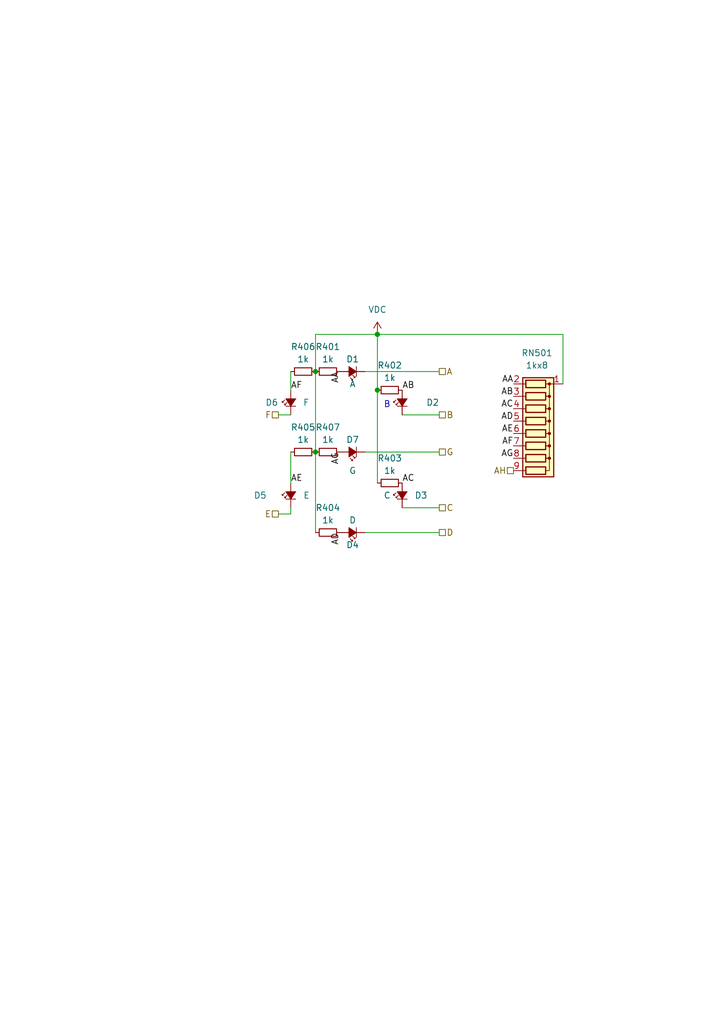
<source format=kicad_sch>
(kicad_sch (version 20230121) (generator eeschema)
  (paper "A5" portrait)
  (lib_symbols
    (symbol "Device:R_Network08" (pin_names (offset 0) hide)
      (property "Reference" "RN" (at -12.7 0 90))
      (property "Value" "R_Network08" (at 10.16 0 90))
      (symbol "R_Network08_0_1"
        (rectangle (start -11.43 -3.175) (end 8.89 3.175) (stroke (width 0.254)) (fill (type background)))
        (rectangle (start -10.922 1.524) (end -9.398 -2.54) (stroke (width 0.254)))
        (circle (center -10.16 2.286) (radius 0.254) (fill (type outline)))
        (rectangle (start -8.382 1.524) (end -6.858 -2.54) (stroke (width 0.254)))
        (circle (center -7.62 2.286) (radius 0.254) (fill (type outline)))
        (rectangle (start -5.842 1.524) (end -4.318 -2.54) (stroke (width 0.254)))
        (circle (center -5.08 2.286) (radius 0.254) (fill (type outline)))
        (rectangle (start -3.302 1.524) (end -1.778 -2.54) (stroke (width 0.254)))
        (circle (center -2.54 2.286) (radius 0.254) (fill (type outline)))
        (rectangle (start -0.762 1.524) (end 0.762 -2.54) (stroke (width 0.254)))
        (polyline (pts (xy -10.16 -2.54) (xy -10.16 -3.81)))
        (polyline (pts (xy -7.62 -2.54) (xy -7.62 -3.81)))
        (polyline (pts (xy -5.08 -2.54) (xy -5.08 -3.81)))
        (polyline (pts (xy -2.54 -2.54) (xy -2.54 -3.81)))
        (polyline (pts (xy 0 -2.54) (xy 0 -3.81)))
        (polyline (pts (xy 2.54 -2.54) (xy 2.54 -3.81)))
        (polyline (pts (xy 5.08 -2.54) (xy 5.08 -3.81)))
        (polyline (pts (xy 7.62 -2.54) (xy 7.62 -3.81)))
        (polyline (pts (xy -10.16 1.524) (xy -10.16 2.286) (xy -7.62 2.286) (xy -7.62 1.524)))
        (polyline (pts (xy -7.62 1.524) (xy -7.62 2.286) (xy -5.08 2.286) (xy -5.08 1.524)))
        (polyline (pts (xy -5.08 1.524) (xy -5.08 2.286) (xy -2.54 2.286) (xy -2.54 1.524)))
        (polyline (pts (xy -2.54 1.524) (xy -2.54 2.286) (xy 0 2.286) (xy 0 1.524)))
        (polyline (pts (xy 0 1.524) (xy 0 2.286) (xy 2.54 2.286) (xy 2.54 1.524)))
        (polyline (pts (xy 2.54 1.524) (xy 2.54 2.286) (xy 5.08 2.286) (xy 5.08 1.524)))
        (polyline (pts (xy 5.08 1.524) (xy 5.08 2.286) (xy 7.62 2.286) (xy 7.62 1.524)))
        (circle (center 0 2.286) (radius 0.254) (fill (type outline)))
        (rectangle (start 1.778 1.524) (end 3.302 -2.54) (stroke (width 0.254)))
        (circle (center 2.54 2.286) (radius 0.254) (fill (type outline)))
        (rectangle (start 4.318 1.524) (end 5.842 -2.54) (stroke (width 0.254)))
        (circle (center 5.08 2.286) (radius 0.254) (fill (type outline)))
        (rectangle (start 6.858 1.524) (end 8.382 -2.54) (stroke (width 0.254)))
      )
      (symbol "R_Network08_1_1"
        (pin passive line (at -10.16 5.08 270) (length 2.54) (name "common") (number "1"))
        (pin passive line (at -10.16 -5.08 90) (length 1.27) (name "R1") (number "2"))
        (pin passive line (at -7.62 -5.08 90) (length 1.27) (name "R2") (number "3"))
        (pin passive line (at -5.08 -5.08 90) (length 1.27) (name "R3") (number "4"))
        (pin passive line (at -2.54 -5.08 90) (length 1.27) (name "R4") (number "5"))
        (pin passive line (at 0 -5.08 90) (length 1.27) (name "R5") (number "6"))
        (pin passive line (at 2.54 -5.08 90) (length 1.27) (name "R6") (number "7"))
        (pin passive line (at 5.08 -5.08 90) (length 1.27) (name "R7") (number "8"))
        (pin passive line (at 7.62 -5.08 90) (length 1.27) (name "R8") (number "9"))
      )
    )
    (symbol "Device:R_Small" (pin_numbers hide) (pin_names (offset 0.254) hide)
      (property "Reference" "R" (at 0.762 0.508 0))
      (property "Value" "R_Small" (at 0.762 -1.016 0))
      (symbol "R_Small_0_1"
        (rectangle (start -0.762 1.778) (end 0.762 -1.778) (stroke (width 0.2032)))
      )
      (symbol "R_Small_1_1"
        (pin passive line (at 0 2.54 270) (length 0.762) (name "~") (number "1"))
        (pin passive line (at 0 -2.54 90) (length 0.762) (name "~") (number "2"))
      )
    )
    (symbol "Ken:LED_Small_ALTx3" (pin_numbers hide) (pin_names (offset 0.254) hide)
      (property "Reference" "D" (at -1.27 3.175 0))
      (property "Value" "LED_Small_ALTx3" (at -4.445 -2.54 0))
      (symbol "LED_Small_ALTx3_0_1"
        (polyline (pts (xy -0.762 -1.016) (xy -0.762 1.016)))
        (polyline (pts (xy 1.016 0) (xy -0.762 0)))
        (polyline (pts (xy 0.762 -1.016) (xy -0.762 0) (xy 0.762 1.016) (xy 0.762 -1.016)) (fill (type outline)))
        (polyline (pts (xy 0 0.762) (xy -0.508 1.27) (xy -0.254 1.27) (xy -0.508 1.27) (xy -0.508 1.016)))
        (polyline (pts (xy 0.508 1.27) (xy 0 1.778) (xy 0.254 1.778) (xy 0 1.778) (xy 0 1.524)))
      )
      (symbol "LED_Small_ALTx3_1_0"
        (pin no_connect line (at 1.27 -2.54 90) (length 1.27) hide (name "~") (number "3"))
        (pin no_connect line (at -1.27 2.54 270) (length 1.27) hide (name "~") (number "4"))
      )
      (symbol "LED_Small_ALTx3_1_1"
        (pin passive line (at -2.54 0 0) (length 1.778) (name "K") (number "1"))
        (pin passive line (at 2.54 0 180) (length 1.778) (name "A") (number "2"))
      )
    )
    (symbol "power:VDC" (power) (pin_names (offset 0))
      (property "Value" "VDC" (at 0 6.35 0))
      (symbol "VDC_0_1"
        (polyline (pts (xy -0.762 1.27) (xy 0 2.54)))
        (polyline (pts (xy 0 0) (xy 0 2.54)))
        (polyline (pts (xy 0 2.54) (xy 0.762 1.27)))
      )
      (symbol "VDC_1_1"
        (pin power_in line (at 0 0 90) (length 0) hide (name "VDC") (number "1"))
      )
    )
  )
  (junction (at 77.47 80.01))
  (junction (at 64.77 92.71))
  (junction (at 77.47 68.58))
  (junction (at 64.77 76.2))
  (wire (pts (xy 115.57 68.58) (xy 115.57 78.74)))
  (wire (pts (xy 77.47 80.01) (xy 77.47 99.06)))
  (wire (pts (xy 82.55 85.09) (xy 90.17 85.09)))
  (wire (pts (xy 77.47 68.58) (xy 115.57 68.58)))
  (wire (pts (xy 59.69 80.01) (xy 59.69 76.2)))
  (wire (pts (xy 64.77 68.58) (xy 77.47 68.58)))
  (wire (pts (xy 74.93 109.22) (xy 90.17 109.22)))
  (wire (pts (xy 64.77 76.2) (xy 64.77 92.71)))
  (wire (pts (xy 77.47 68.58) (xy 77.47 80.01)))
  (wire (pts (xy 59.69 99.06) (xy 59.69 92.71)))
  (wire (pts (xy 64.77 76.2) (xy 64.77 68.58)))
  (wire (pts (xy 74.93 76.2) (xy 90.17 76.2)))
  (wire (pts (xy 57.15 105.41) (xy 59.69 105.41)))
  (wire (pts (xy 74.93 92.71) (xy 90.17 92.71)))
  (wire (pts (xy 82.55 104.14) (xy 90.17 104.14)))
  (wire (pts (xy 64.77 92.71) (xy 64.77 109.22)))
  (wire (pts (xy 57.15 85.09) (xy 59.69 85.09)))
  (wire (pts (xy 59.69 104.14) (xy 59.69 105.41)))
  (text "B" (at 78.74 83.82 0) (effects (font (size 1.27 1.27)) (justify left bottom)))
  (label "AA" (at 105.41 78.74 180))
  (label "AE" (at 59.69 99.06 0))
  (label "AF" (at 59.69 80.01 0))
  (label "AF" (at 105.41 91.44 180))
  (label "AE" (at 105.41 88.9 180))
  (label "AC" (at 105.41 83.82 180))
  (label "AD" (at 105.41 86.36 180))
  (label "AB" (at 105.41 81.28 180))
  (label "AG" (at 69.85 92.71 270))
  (label "AA" (at 69.85 76.2 270))
  (label "AD" (at 69.85 109.22 270))
  (label "AC" (at 82.55 99.06 0))
  (label "AG" (at 105.41 93.98 180))
  (label "AB" (at 82.55 80.01 0))
  (hierarchical_label "F" (shape passive) (at 57.15 85.09 180))
  (hierarchical_label "G" (shape passive) (at 90.17 92.71 0))
  (hierarchical_label "C" (shape passive) (at 90.17 104.14 0))
  (hierarchical_label "E" (shape passive) (at 57.15 105.41 180))
  (hierarchical_label "B" (shape passive) (at 90.17 85.09 0))
  (hierarchical_label "A" (shape passive) (at 90.17 76.2 0))
  (hierarchical_label "D" (shape passive) (at 90.17 109.22 0))
  (hierarchical_label "AH" (shape passive) (at 105.41 96.52 180))
  (symbol (lib_id "Ken:LED_Small_ALTx3") (at 59.69 82.55 90) (unit 1)
    (property "Reference" "D6" (at 57.15 82.55 90) (effects (justify left)))
    (property "Value" "F" (at 63.5 82.55 90) (effects (justify left)))
    (property "Footprint" "Ken:LED_D5.0mmx3" (effects hide))
    (instances (project "7segment" (path "" (reference "D6") (unit 1)) (path "" (reference "D406") (unit 1)) (path "" (reference "D506") (unit 1))))
  )
  (symbol (lib_id "Device:R_Network08") (at 110.49 88.9 270) (unit 1)
    (property "Reference" "RN501" (at 110.236 72.39 90))
    (property "Value" "1kx8" (at 110.236 74.93 90))
    (property "Footprint" "Resistor_THT:R_Array_SIP9" (effects hide))
    (property "Datasheet" "http://www.vishay.com/docs/31509/csc.pdf" (effects hide))
    (instances (project "7segment" (path "" (reference "RN501") (unit 1)) (path "" (reference "RN401") (unit 1))))
  )
  (symbol (lib_id "Device:R_Small") (at 80.01 99.06 90) (unit 1)
    (property "Reference" "R403" (at 80.01 93.98 90))
    (property "Value" "1k" (at 80.01 96.52 90))
    (property "Footprint" "Resistor_THT:R_Axial_DIN0207_L6.3mm_D2.5mm_P10.16mm_Horizontal" (effects hide))
    (instances (project "7segment" (path "" (reference "R403") (unit 1)) (path "" (reference "R503") (unit 1))))
  )
  (symbol (lib_id "Ken:LED_Small_ALTx3") (at 82.55 82.55 90) (unit 1)
    (property "Reference" "D2" (at 90.17 82.55 90) (effects (justify left)))
    (property "Value" "B" (effects hide))
    (property "Footprint" "Ken:LED_D5.0mmx3" (effects hide))
    (instances (project "7segment" (path "" (reference "D2") (unit 1)) (path "" (reference "D402") (unit 1)) (path "" (reference "D502") (unit 1))))
  )
  (symbol (lib_id "Device:R_Small") (at 62.23 76.2 90) (unit 1)
    (property "Reference" "R406" (at 62.23 71.12 90))
    (property "Value" "1k" (at 62.23 73.66 90))
    (property "Footprint" "Resistor_THT:R_Axial_DIN0207_L6.3mm_D2.5mm_P10.16mm_Horizontal" (effects hide))
    (instances (project "7segment" (path "" (reference "R406") (unit 1)) (path "" (reference "R506") (unit 1))))
  )
  (symbol (lib_id "Device:R_Small") (at 62.23 92.71 90) (unit 1)
    (property "Reference" "R405" (at 62.23 87.63 90))
    (property "Value" "1k" (at 62.23 90.17 90))
    (property "Footprint" "Resistor_THT:R_Axial_DIN0207_L6.3mm_D2.5mm_P10.16mm_Horizontal" (effects hide))
    (instances (project "7segment" (path "" (reference "R405") (unit 1)) (path "" (reference "R505") (unit 1))))
  )
  (symbol (lib_id "Device:R_Small") (at 67.31 109.22 90) (unit 1)
    (property "Reference" "R404" (at 67.31 104.14 90))
    (property "Value" "1k" (at 67.31 106.68 90))
    (property "Footprint" "Resistor_THT:R_Axial_DIN0207_L6.3mm_D2.5mm_P10.16mm_Horizontal" (effects hide))
    (instances (project "7segment" (path "" (reference "R404") (unit 1)) (path "" (reference "R504") (unit 1))))
  )
  (symbol (lib_id "Ken:LED_Small_ALTx3") (at 72.39 76.2 180) (unit 1)
    (property "Reference" "D1" (at 72.39 73.66 0))
    (property "Value" "A" (at 72.39 78.74 0))
    (property "Footprint" "Ken:LED_D5.0mmx3" (effects hide))
    (instances (project "7segment" (path "" (reference "D1") (unit 1)) (path "" (reference "D401") (unit 1)) (path "" (reference "D501") (unit 1))))
  )
  (symbol (lib_id "Device:R_Small") (at 67.31 76.2 90) (unit 1)
    (property "Reference" "R401" (at 67.31 71.12 90))
    (property "Value" "1k" (at 67.31 73.66 90))
    (property "Footprint" "Resistor_THT:R_Axial_DIN0207_L6.3mm_D2.5mm_P10.16mm_Horizontal" (effects hide))
    (instances (project "7segment" (path "" (reference "R401") (unit 1)) (path "" (reference "R501") (unit 1))))
  )
  (symbol (lib_id "Device:R_Small") (at 80.01 80.01 90) (unit 1)
    (property "Reference" "R402" (at 80.01 74.93 90))
    (property "Value" "1k" (at 80.01 77.47 90))
    (property "Footprint" "Resistor_THT:R_Axial_DIN0207_L6.3mm_D2.5mm_P10.16mm_Horizontal" (effects hide))
    (instances (project "7segment" (path "" (reference "R402") (unit 1)) (path "" (reference "R502") (unit 1))))
  )
  (symbol (lib_id "Ken:LED_Small_ALTx3") (at 82.55 101.6 90) (unit 1)
    (property "Reference" "D3" (at 85.09 101.6 90) (effects (justify right)))
    (property "Value" "C" (at 78.74 101.6 90) (effects (justify right)))
    (property "Footprint" "Ken:LED_D5.0mmx3" (effects hide))
    (instances (project "7segment" (path "" (reference "D3") (unit 1)) (path "" (reference "D403") (unit 1)) (path "" (reference "D503") (unit 1))))
  )
  (symbol (lib_id "power:VDC") (at 77.47 68.58 0) (unit 1)
    (property "Reference" "#PWR0103" (effects hide))
    (property "Value" "VDC" (at 77.47 63.5 0))
    (instances (project "7segment" (path "" (reference "#PWR0103") (unit 1)) (path "" (reference "#PWR0401") (unit 1)) (path "" (reference "#PWR0501") (unit 1))))
  )
  (symbol (lib_id "Device:R_Small") (at 67.31 92.71 90) (unit 1)
    (property "Reference" "R407" (at 67.31 87.63 90))
    (property "Value" "1k" (at 67.31 90.17 90))
    (property "Footprint" "Resistor_THT:R_Axial_DIN0207_L6.3mm_D2.5mm_P10.16mm_Horizontal" (effects hide))
    (instances (project "7segment" (path "" (reference "R407") (unit 1)) (path "" (reference "R507") (unit 1))))
  )
  (symbol (lib_id "Ken:LED_Small_ALTx3") (at 59.69 101.6 90) (unit 1)
    (property "Reference" "D5" (at 52.07 101.6 90) (effects (justify right)))
    (property "Value" "E" (at 62.23 101.6 90) (effects (justify right)))
    (property "Footprint" "Ken:LED_D5.0mmx3" (effects hide))
    (instances (project "7segment" (path "" (reference "D5") (unit 1)) (path "" (reference "D405") (unit 1)) (path "" (reference "D505") (unit 1))))
  )
  (symbol (lib_id "Ken:LED_Small_ALTx3") (at 72.39 109.22 180) (unit 1)
    (property "Reference" "D4" (at 72.39 111.76 0))
    (property "Value" "D" (at 72.39 106.68 0))
    (property "Footprint" "Ken:LED_D5.0mmx3" (effects hide))
    (instances (project "7segment" (path "" (reference "D4") (unit 1)) (path "" (reference "D404") (unit 1)) (path "" (reference "D504") (unit 1))))
  )
  (symbol (lib_id "Ken:LED_Small_ALTx3") (at 72.39 92.71 180) (unit 1)
    (property "Reference" "D7" (at 72.39 90.17 0))
    (property "Value" "G" (at 72.39 96.52 0))
    (property "Footprint" "Ken:LED_D5.0mmx3" (effects hide))
    (instances (project "7segment" (path "" (reference "D7") (unit 1)) (path "" (reference "D407") (unit 1)) (path "" (reference "D507") (unit 1))))
  )
)
</source>
